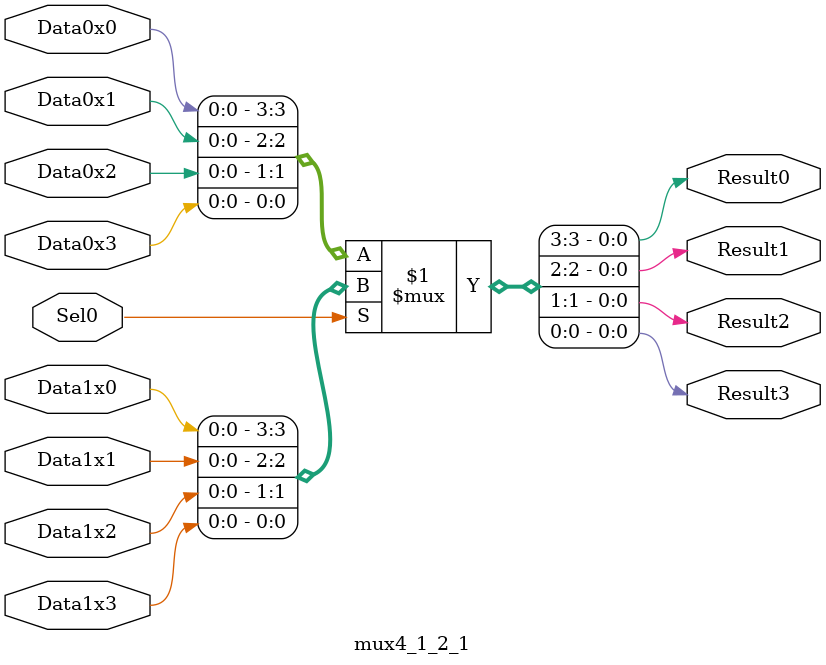
<source format=v>
module mux4_1_2_1(
	Sel0,
	Data0x0, Data0x1, Data0x2, Data0x3,
	Data1x0, Data1x1, Data1x2, Data1x3,
	Result0, Result1, Result2, Result3
);
input Sel0;
input Data0x0, Data0x1, Data0x2, Data0x3;
input Data1x0, Data1x1, Data1x2, Data1x3;
output Result0, Result1, Result2, Result3;
assign {Result0, Result1, Result2, Result3} = Sel0 ? {Data1x0, Data1x1, Data1x2, Data1x3} : {Data0x0, Data0x1, Data0x2, Data0x3};
endmodule
</source>
